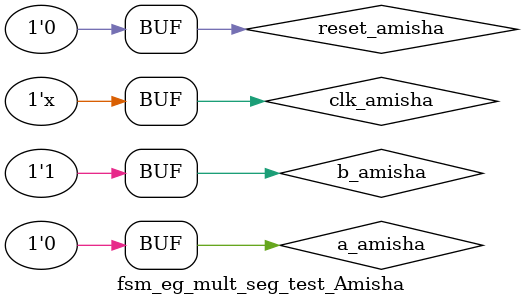
<source format=v>
`timescale 1ns / 1ps


module fsm_eg_mult_seg_test_Amisha;
	// Inputs
	reg clk_amisha;
	reg reset_amisha;
	reg a_amisha;
	reg b_amisha;
	// Outputs
	wire y0_amisha;
	wire y1_amisha;
	// Instantiate the Unit Under Test (UUT)
	fsm_eg_mult_seg_Amisha uut (
		.clk_amisha(clk_amisha), 
		.reset_amisha(reset_amisha), 
		.a_amisha(a_amisha), 
		.b_amisha(b_amisha), 
		.y0_amisha(y0_amisha), 
		.y1_amisha(y1_amisha)
	);
	initial begin
		clk_amisha = 1;
		reset_amisha = 1;
		a_amisha = 0;
		b_amisha = 0;
		#100;
		reset_amisha = 0;
		a_amisha = 0;
		b_amisha = 0;
		#100;
		a_amisha = 1;
		b_amisha = 0;
		#100;
		a_amisha = 1;
		b_amisha = 1;
		#100;
		a_amisha = 0;
		b_amisha = 1;
		#100;
	end
always #50 clk_amisha = ~clk_amisha;     
endmodule


</source>
